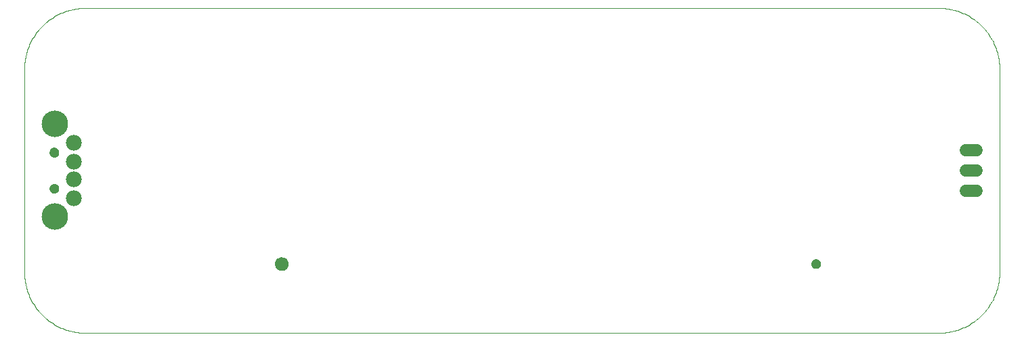
<source format=gbs>
G04 EAGLE Gerber RS-274X export*
G75*
%MOMM*%
%FSLAX34Y34*%
%LPD*%
%INBottom solder mask*%
%IPPOS*%
%AMOC8*
5,1,8,0,0,1.08239X$1,22.5*%
G01*
%ADD10C,0.000000*%
%ADD11C,1.981200*%
%ADD12C,3.317600*%
%ADD13C,1.201600*%
%ADD14C,1.524000*%
%ADD15C,1.701600*%


D10*
X76200Y0D02*
X1143000Y0D01*
X1219000Y76200D02*
X1219000Y330200D01*
X1143000Y406400D02*
X76200Y406400D01*
X0Y330200D02*
X0Y76200D01*
X22Y74359D01*
X89Y72519D01*
X200Y70680D01*
X356Y68846D01*
X556Y67015D01*
X800Y65190D01*
X1088Y63371D01*
X1420Y61560D01*
X1795Y59757D01*
X2214Y57964D01*
X2676Y56182D01*
X3182Y54411D01*
X3729Y52653D01*
X4320Y50909D01*
X4952Y49179D01*
X5625Y47465D01*
X6340Y45768D01*
X7096Y44089D01*
X7892Y42429D01*
X8728Y40788D01*
X9604Y39168D01*
X10518Y37570D01*
X11471Y35994D01*
X12461Y34441D01*
X13489Y32913D01*
X14553Y31411D01*
X15653Y29934D01*
X16789Y28485D01*
X17959Y27063D01*
X19163Y25670D01*
X20401Y24307D01*
X21671Y22973D01*
X22973Y21671D01*
X24307Y20401D01*
X25670Y19163D01*
X27063Y17959D01*
X28485Y16789D01*
X29934Y15653D01*
X31411Y14553D01*
X32913Y13489D01*
X34441Y12461D01*
X35994Y11471D01*
X37570Y10518D01*
X39168Y9604D01*
X40788Y8728D01*
X42429Y7892D01*
X44089Y7096D01*
X45768Y6340D01*
X47465Y5625D01*
X49179Y4952D01*
X50909Y4320D01*
X52653Y3729D01*
X54411Y3182D01*
X56182Y2676D01*
X57964Y2214D01*
X59757Y1795D01*
X61560Y1420D01*
X63371Y1088D01*
X65190Y800D01*
X67015Y556D01*
X68846Y356D01*
X70680Y200D01*
X72519Y89D01*
X74359Y22D01*
X76200Y0D01*
X0Y330200D02*
X22Y332041D01*
X89Y333881D01*
X200Y335720D01*
X356Y337554D01*
X556Y339385D01*
X800Y341210D01*
X1088Y343029D01*
X1420Y344840D01*
X1795Y346643D01*
X2214Y348436D01*
X2676Y350218D01*
X3182Y351989D01*
X3729Y353747D01*
X4320Y355491D01*
X4952Y357221D01*
X5625Y358935D01*
X6340Y360632D01*
X7096Y362311D01*
X7892Y363971D01*
X8728Y365612D01*
X9604Y367232D01*
X10518Y368830D01*
X11471Y370406D01*
X12461Y371959D01*
X13489Y373487D01*
X14553Y374989D01*
X15653Y376466D01*
X16789Y377915D01*
X17959Y379337D01*
X19163Y380730D01*
X20401Y382093D01*
X21671Y383427D01*
X22973Y384729D01*
X24307Y385999D01*
X25670Y387237D01*
X27063Y388441D01*
X28485Y389611D01*
X29934Y390747D01*
X31411Y391847D01*
X32913Y392911D01*
X34441Y393939D01*
X35994Y394929D01*
X37570Y395882D01*
X39168Y396796D01*
X40788Y397672D01*
X42429Y398508D01*
X44089Y399304D01*
X45768Y400060D01*
X47465Y400775D01*
X49179Y401448D01*
X50909Y402080D01*
X52653Y402671D01*
X54411Y403218D01*
X56182Y403724D01*
X57964Y404186D01*
X59757Y404605D01*
X61560Y404980D01*
X63371Y405312D01*
X65190Y405600D01*
X67015Y405844D01*
X68846Y406044D01*
X70680Y406200D01*
X72519Y406311D01*
X74359Y406378D01*
X76200Y406400D01*
X1143000Y406400D02*
X1144839Y406375D01*
X1146677Y406306D01*
X1148512Y406193D01*
X1150344Y406035D01*
X1152172Y405833D01*
X1153995Y405587D01*
X1155811Y405297D01*
X1157619Y404963D01*
X1159419Y404586D01*
X1161209Y404165D01*
X1162989Y403701D01*
X1164756Y403194D01*
X1166511Y402644D01*
X1168252Y402053D01*
X1169979Y401419D01*
X1171690Y400744D01*
X1173383Y400028D01*
X1175059Y399271D01*
X1176716Y398474D01*
X1178354Y397637D01*
X1179971Y396760D01*
X1181566Y395845D01*
X1183138Y394892D01*
X1184687Y393901D01*
X1186212Y392872D01*
X1187711Y391807D01*
X1189184Y390707D01*
X1190631Y389571D01*
X1192049Y388400D01*
X1193438Y387195D01*
X1194798Y385957D01*
X1196128Y384687D01*
X1197427Y383385D01*
X1198694Y382052D01*
X1199928Y380689D01*
X1201129Y379296D01*
X1202296Y377875D01*
X1203428Y376426D01*
X1204525Y374950D01*
X1205586Y373447D01*
X1206610Y371920D01*
X1207597Y370368D01*
X1208547Y368793D01*
X1209458Y367196D01*
X1210330Y365577D01*
X1211162Y363937D01*
X1211955Y362278D01*
X1212708Y360600D01*
X1213420Y358904D01*
X1214090Y357192D01*
X1214719Y355464D01*
X1215306Y353721D01*
X1215851Y351965D01*
X1216353Y350196D01*
X1216813Y348415D01*
X1217229Y346624D01*
X1217601Y344823D01*
X1217931Y343013D01*
X1218216Y341197D01*
X1218457Y339374D01*
X1218654Y337545D01*
X1218807Y335713D01*
X1218916Y333877D01*
X1218980Y332039D01*
X1219000Y330200D01*
X1219000Y76200D02*
X1218980Y74361D01*
X1218916Y72523D01*
X1218807Y70687D01*
X1218654Y68855D01*
X1218457Y67026D01*
X1218216Y65203D01*
X1217931Y63387D01*
X1217601Y61577D01*
X1217229Y59776D01*
X1216813Y57985D01*
X1216353Y56204D01*
X1215851Y54435D01*
X1215306Y52679D01*
X1214719Y50936D01*
X1214090Y49208D01*
X1213420Y47496D01*
X1212708Y45800D01*
X1211955Y44122D01*
X1211162Y42463D01*
X1210330Y40823D01*
X1209458Y39204D01*
X1208547Y37607D01*
X1207597Y36032D01*
X1206610Y34480D01*
X1205586Y32953D01*
X1204525Y31450D01*
X1203428Y29974D01*
X1202296Y28525D01*
X1201129Y27104D01*
X1199928Y25711D01*
X1198694Y24348D01*
X1197427Y23015D01*
X1196128Y21713D01*
X1194798Y20443D01*
X1193438Y19205D01*
X1192049Y18000D01*
X1190631Y16829D01*
X1189184Y15693D01*
X1187711Y14593D01*
X1186212Y13528D01*
X1184687Y12499D01*
X1183138Y11508D01*
X1181566Y10555D01*
X1179971Y9640D01*
X1178354Y8763D01*
X1176716Y7926D01*
X1175059Y7129D01*
X1173383Y6372D01*
X1171690Y5656D01*
X1169979Y4981D01*
X1168252Y4347D01*
X1166511Y3756D01*
X1164756Y3206D01*
X1162989Y2699D01*
X1161209Y2235D01*
X1159419Y1814D01*
X1157619Y1437D01*
X1155811Y1103D01*
X1153995Y813D01*
X1152172Y567D01*
X1150344Y365D01*
X1148512Y207D01*
X1146677Y94D01*
X1144839Y25D01*
X1143000Y0D01*
D11*
X62100Y238200D03*
X62100Y214470D03*
X62100Y191930D03*
X62100Y168200D03*
D12*
X38100Y145200D03*
X38100Y261200D03*
D10*
X31600Y225700D02*
X31602Y225848D01*
X31608Y225996D01*
X31618Y226144D01*
X31632Y226292D01*
X31650Y226439D01*
X31672Y226586D01*
X31698Y226732D01*
X31727Y226877D01*
X31761Y227022D01*
X31799Y227165D01*
X31840Y227308D01*
X31885Y227449D01*
X31935Y227589D01*
X31987Y227727D01*
X32044Y227865D01*
X32104Y228000D01*
X32168Y228134D01*
X32235Y228266D01*
X32306Y228396D01*
X32381Y228525D01*
X32459Y228651D01*
X32540Y228775D01*
X32624Y228897D01*
X32712Y229016D01*
X32803Y229133D01*
X32897Y229248D01*
X32995Y229360D01*
X33095Y229469D01*
X33198Y229576D01*
X33304Y229680D01*
X33412Y229781D01*
X33524Y229879D01*
X33638Y229974D01*
X33754Y230065D01*
X33873Y230154D01*
X33994Y230239D01*
X34118Y230321D01*
X34244Y230400D01*
X34371Y230475D01*
X34501Y230547D01*
X34633Y230616D01*
X34766Y230680D01*
X34901Y230741D01*
X35038Y230799D01*
X35176Y230853D01*
X35316Y230903D01*
X35457Y230949D01*
X35599Y230991D01*
X35742Y231030D01*
X35886Y231064D01*
X36032Y231095D01*
X36177Y231122D01*
X36324Y231145D01*
X36471Y231164D01*
X36619Y231179D01*
X36766Y231190D01*
X36915Y231197D01*
X37063Y231200D01*
X37211Y231199D01*
X37359Y231194D01*
X37507Y231185D01*
X37655Y231172D01*
X37803Y231155D01*
X37949Y231134D01*
X38096Y231109D01*
X38241Y231080D01*
X38386Y231048D01*
X38529Y231011D01*
X38672Y230971D01*
X38814Y230926D01*
X38954Y230878D01*
X39093Y230826D01*
X39230Y230771D01*
X39366Y230711D01*
X39501Y230648D01*
X39633Y230582D01*
X39764Y230512D01*
X39893Y230438D01*
X40019Y230361D01*
X40144Y230281D01*
X40266Y230197D01*
X40387Y230110D01*
X40504Y230020D01*
X40620Y229926D01*
X40732Y229830D01*
X40842Y229731D01*
X40950Y229628D01*
X41054Y229523D01*
X41156Y229415D01*
X41254Y229304D01*
X41350Y229191D01*
X41443Y229075D01*
X41532Y228957D01*
X41618Y228836D01*
X41701Y228713D01*
X41781Y228588D01*
X41857Y228461D01*
X41930Y228331D01*
X41999Y228200D01*
X42064Y228067D01*
X42127Y227933D01*
X42185Y227796D01*
X42240Y227658D01*
X42290Y227519D01*
X42338Y227378D01*
X42381Y227237D01*
X42421Y227094D01*
X42456Y226950D01*
X42488Y226805D01*
X42516Y226659D01*
X42540Y226513D01*
X42560Y226366D01*
X42576Y226218D01*
X42588Y226071D01*
X42596Y225922D01*
X42600Y225774D01*
X42600Y225626D01*
X42596Y225478D01*
X42588Y225329D01*
X42576Y225182D01*
X42560Y225034D01*
X42540Y224887D01*
X42516Y224741D01*
X42488Y224595D01*
X42456Y224450D01*
X42421Y224306D01*
X42381Y224163D01*
X42338Y224022D01*
X42290Y223881D01*
X42240Y223742D01*
X42185Y223604D01*
X42127Y223467D01*
X42064Y223333D01*
X41999Y223200D01*
X41930Y223069D01*
X41857Y222939D01*
X41781Y222812D01*
X41701Y222687D01*
X41618Y222564D01*
X41532Y222443D01*
X41443Y222325D01*
X41350Y222209D01*
X41254Y222096D01*
X41156Y221985D01*
X41054Y221877D01*
X40950Y221772D01*
X40842Y221669D01*
X40732Y221570D01*
X40620Y221474D01*
X40504Y221380D01*
X40387Y221290D01*
X40266Y221203D01*
X40144Y221119D01*
X40019Y221039D01*
X39893Y220962D01*
X39764Y220888D01*
X39633Y220818D01*
X39501Y220752D01*
X39366Y220689D01*
X39230Y220629D01*
X39093Y220574D01*
X38954Y220522D01*
X38814Y220474D01*
X38672Y220429D01*
X38529Y220389D01*
X38386Y220352D01*
X38241Y220320D01*
X38096Y220291D01*
X37949Y220266D01*
X37803Y220245D01*
X37655Y220228D01*
X37507Y220215D01*
X37359Y220206D01*
X37211Y220201D01*
X37063Y220200D01*
X36915Y220203D01*
X36766Y220210D01*
X36619Y220221D01*
X36471Y220236D01*
X36324Y220255D01*
X36177Y220278D01*
X36032Y220305D01*
X35886Y220336D01*
X35742Y220370D01*
X35599Y220409D01*
X35457Y220451D01*
X35316Y220497D01*
X35176Y220547D01*
X35038Y220601D01*
X34901Y220659D01*
X34766Y220720D01*
X34633Y220784D01*
X34501Y220853D01*
X34371Y220925D01*
X34244Y221000D01*
X34118Y221079D01*
X33994Y221161D01*
X33873Y221246D01*
X33754Y221335D01*
X33638Y221426D01*
X33524Y221521D01*
X33412Y221619D01*
X33304Y221720D01*
X33198Y221824D01*
X33095Y221931D01*
X32995Y222040D01*
X32897Y222152D01*
X32803Y222267D01*
X32712Y222384D01*
X32624Y222503D01*
X32540Y222625D01*
X32459Y222749D01*
X32381Y222875D01*
X32306Y223004D01*
X32235Y223134D01*
X32168Y223266D01*
X32104Y223400D01*
X32044Y223535D01*
X31987Y223673D01*
X31935Y223811D01*
X31885Y223951D01*
X31840Y224092D01*
X31799Y224235D01*
X31761Y224378D01*
X31727Y224523D01*
X31698Y224668D01*
X31672Y224814D01*
X31650Y224961D01*
X31632Y225108D01*
X31618Y225256D01*
X31608Y225404D01*
X31602Y225552D01*
X31600Y225700D01*
D13*
X37100Y225700D03*
D10*
X31600Y180700D02*
X31602Y180848D01*
X31608Y180996D01*
X31618Y181144D01*
X31632Y181292D01*
X31650Y181439D01*
X31672Y181586D01*
X31698Y181732D01*
X31727Y181877D01*
X31761Y182022D01*
X31799Y182165D01*
X31840Y182308D01*
X31885Y182449D01*
X31935Y182589D01*
X31987Y182727D01*
X32044Y182865D01*
X32104Y183000D01*
X32168Y183134D01*
X32235Y183266D01*
X32306Y183396D01*
X32381Y183525D01*
X32459Y183651D01*
X32540Y183775D01*
X32624Y183897D01*
X32712Y184016D01*
X32803Y184133D01*
X32897Y184248D01*
X32995Y184360D01*
X33095Y184469D01*
X33198Y184576D01*
X33304Y184680D01*
X33412Y184781D01*
X33524Y184879D01*
X33638Y184974D01*
X33754Y185065D01*
X33873Y185154D01*
X33994Y185239D01*
X34118Y185321D01*
X34244Y185400D01*
X34371Y185475D01*
X34501Y185547D01*
X34633Y185616D01*
X34766Y185680D01*
X34901Y185741D01*
X35038Y185799D01*
X35176Y185853D01*
X35316Y185903D01*
X35457Y185949D01*
X35599Y185991D01*
X35742Y186030D01*
X35886Y186064D01*
X36032Y186095D01*
X36177Y186122D01*
X36324Y186145D01*
X36471Y186164D01*
X36619Y186179D01*
X36766Y186190D01*
X36915Y186197D01*
X37063Y186200D01*
X37211Y186199D01*
X37359Y186194D01*
X37507Y186185D01*
X37655Y186172D01*
X37803Y186155D01*
X37949Y186134D01*
X38096Y186109D01*
X38241Y186080D01*
X38386Y186048D01*
X38529Y186011D01*
X38672Y185971D01*
X38814Y185926D01*
X38954Y185878D01*
X39093Y185826D01*
X39230Y185771D01*
X39366Y185711D01*
X39501Y185648D01*
X39633Y185582D01*
X39764Y185512D01*
X39893Y185438D01*
X40019Y185361D01*
X40144Y185281D01*
X40266Y185197D01*
X40387Y185110D01*
X40504Y185020D01*
X40620Y184926D01*
X40732Y184830D01*
X40842Y184731D01*
X40950Y184628D01*
X41054Y184523D01*
X41156Y184415D01*
X41254Y184304D01*
X41350Y184191D01*
X41443Y184075D01*
X41532Y183957D01*
X41618Y183836D01*
X41701Y183713D01*
X41781Y183588D01*
X41857Y183461D01*
X41930Y183331D01*
X41999Y183200D01*
X42064Y183067D01*
X42127Y182933D01*
X42185Y182796D01*
X42240Y182658D01*
X42290Y182519D01*
X42338Y182378D01*
X42381Y182237D01*
X42421Y182094D01*
X42456Y181950D01*
X42488Y181805D01*
X42516Y181659D01*
X42540Y181513D01*
X42560Y181366D01*
X42576Y181218D01*
X42588Y181071D01*
X42596Y180922D01*
X42600Y180774D01*
X42600Y180626D01*
X42596Y180478D01*
X42588Y180329D01*
X42576Y180182D01*
X42560Y180034D01*
X42540Y179887D01*
X42516Y179741D01*
X42488Y179595D01*
X42456Y179450D01*
X42421Y179306D01*
X42381Y179163D01*
X42338Y179022D01*
X42290Y178881D01*
X42240Y178742D01*
X42185Y178604D01*
X42127Y178467D01*
X42064Y178333D01*
X41999Y178200D01*
X41930Y178069D01*
X41857Y177939D01*
X41781Y177812D01*
X41701Y177687D01*
X41618Y177564D01*
X41532Y177443D01*
X41443Y177325D01*
X41350Y177209D01*
X41254Y177096D01*
X41156Y176985D01*
X41054Y176877D01*
X40950Y176772D01*
X40842Y176669D01*
X40732Y176570D01*
X40620Y176474D01*
X40504Y176380D01*
X40387Y176290D01*
X40266Y176203D01*
X40144Y176119D01*
X40019Y176039D01*
X39893Y175962D01*
X39764Y175888D01*
X39633Y175818D01*
X39501Y175752D01*
X39366Y175689D01*
X39230Y175629D01*
X39093Y175574D01*
X38954Y175522D01*
X38814Y175474D01*
X38672Y175429D01*
X38529Y175389D01*
X38386Y175352D01*
X38241Y175320D01*
X38096Y175291D01*
X37949Y175266D01*
X37803Y175245D01*
X37655Y175228D01*
X37507Y175215D01*
X37359Y175206D01*
X37211Y175201D01*
X37063Y175200D01*
X36915Y175203D01*
X36766Y175210D01*
X36619Y175221D01*
X36471Y175236D01*
X36324Y175255D01*
X36177Y175278D01*
X36032Y175305D01*
X35886Y175336D01*
X35742Y175370D01*
X35599Y175409D01*
X35457Y175451D01*
X35316Y175497D01*
X35176Y175547D01*
X35038Y175601D01*
X34901Y175659D01*
X34766Y175720D01*
X34633Y175784D01*
X34501Y175853D01*
X34371Y175925D01*
X34244Y176000D01*
X34118Y176079D01*
X33994Y176161D01*
X33873Y176246D01*
X33754Y176335D01*
X33638Y176426D01*
X33524Y176521D01*
X33412Y176619D01*
X33304Y176720D01*
X33198Y176824D01*
X33095Y176931D01*
X32995Y177040D01*
X32897Y177152D01*
X32803Y177267D01*
X32712Y177384D01*
X32624Y177503D01*
X32540Y177625D01*
X32459Y177749D01*
X32381Y177875D01*
X32306Y178004D01*
X32235Y178134D01*
X32168Y178266D01*
X32104Y178400D01*
X32044Y178535D01*
X31987Y178673D01*
X31935Y178811D01*
X31885Y178951D01*
X31840Y179092D01*
X31799Y179235D01*
X31761Y179378D01*
X31727Y179523D01*
X31698Y179668D01*
X31672Y179814D01*
X31650Y179961D01*
X31632Y180108D01*
X31618Y180256D01*
X31608Y180404D01*
X31602Y180552D01*
X31600Y180700D01*
D13*
X37100Y180700D03*
D14*
X1176528Y228600D02*
X1190752Y228600D01*
X1190752Y203200D02*
X1176528Y203200D01*
X1176528Y177800D02*
X1190752Y177800D01*
D10*
X313480Y86360D02*
X313482Y86556D01*
X313490Y86753D01*
X313502Y86949D01*
X313519Y87144D01*
X313540Y87339D01*
X313567Y87534D01*
X313598Y87728D01*
X313634Y87921D01*
X313674Y88113D01*
X313720Y88304D01*
X313770Y88494D01*
X313824Y88682D01*
X313884Y88869D01*
X313948Y89055D01*
X314016Y89239D01*
X314089Y89421D01*
X314166Y89602D01*
X314248Y89780D01*
X314334Y89957D01*
X314425Y90131D01*
X314519Y90303D01*
X314618Y90473D01*
X314721Y90640D01*
X314828Y90805D01*
X314939Y90966D01*
X315054Y91126D01*
X315173Y91282D01*
X315296Y91435D01*
X315422Y91585D01*
X315552Y91732D01*
X315686Y91876D01*
X315823Y92017D01*
X315964Y92154D01*
X316108Y92288D01*
X316255Y92418D01*
X316405Y92544D01*
X316558Y92667D01*
X316714Y92786D01*
X316874Y92901D01*
X317035Y93012D01*
X317200Y93119D01*
X317367Y93222D01*
X317537Y93321D01*
X317709Y93415D01*
X317883Y93506D01*
X318060Y93592D01*
X318238Y93674D01*
X318419Y93751D01*
X318601Y93824D01*
X318785Y93892D01*
X318971Y93956D01*
X319158Y94016D01*
X319346Y94070D01*
X319536Y94120D01*
X319727Y94166D01*
X319919Y94206D01*
X320112Y94242D01*
X320306Y94273D01*
X320501Y94300D01*
X320696Y94321D01*
X320891Y94338D01*
X321087Y94350D01*
X321284Y94358D01*
X321480Y94360D01*
X321676Y94358D01*
X321873Y94350D01*
X322069Y94338D01*
X322264Y94321D01*
X322459Y94300D01*
X322654Y94273D01*
X322848Y94242D01*
X323041Y94206D01*
X323233Y94166D01*
X323424Y94120D01*
X323614Y94070D01*
X323802Y94016D01*
X323989Y93956D01*
X324175Y93892D01*
X324359Y93824D01*
X324541Y93751D01*
X324722Y93674D01*
X324900Y93592D01*
X325077Y93506D01*
X325251Y93415D01*
X325423Y93321D01*
X325593Y93222D01*
X325760Y93119D01*
X325925Y93012D01*
X326086Y92901D01*
X326246Y92786D01*
X326402Y92667D01*
X326555Y92544D01*
X326705Y92418D01*
X326852Y92288D01*
X326996Y92154D01*
X327137Y92017D01*
X327274Y91876D01*
X327408Y91732D01*
X327538Y91585D01*
X327664Y91435D01*
X327787Y91282D01*
X327906Y91126D01*
X328021Y90966D01*
X328132Y90805D01*
X328239Y90640D01*
X328342Y90473D01*
X328441Y90303D01*
X328535Y90131D01*
X328626Y89957D01*
X328712Y89780D01*
X328794Y89602D01*
X328871Y89421D01*
X328944Y89239D01*
X329012Y89055D01*
X329076Y88869D01*
X329136Y88682D01*
X329190Y88494D01*
X329240Y88304D01*
X329286Y88113D01*
X329326Y87921D01*
X329362Y87728D01*
X329393Y87534D01*
X329420Y87339D01*
X329441Y87144D01*
X329458Y86949D01*
X329470Y86753D01*
X329478Y86556D01*
X329480Y86360D01*
X329478Y86164D01*
X329470Y85967D01*
X329458Y85771D01*
X329441Y85576D01*
X329420Y85381D01*
X329393Y85186D01*
X329362Y84992D01*
X329326Y84799D01*
X329286Y84607D01*
X329240Y84416D01*
X329190Y84226D01*
X329136Y84038D01*
X329076Y83851D01*
X329012Y83665D01*
X328944Y83481D01*
X328871Y83299D01*
X328794Y83118D01*
X328712Y82940D01*
X328626Y82763D01*
X328535Y82589D01*
X328441Y82417D01*
X328342Y82247D01*
X328239Y82080D01*
X328132Y81915D01*
X328021Y81754D01*
X327906Y81594D01*
X327787Y81438D01*
X327664Y81285D01*
X327538Y81135D01*
X327408Y80988D01*
X327274Y80844D01*
X327137Y80703D01*
X326996Y80566D01*
X326852Y80432D01*
X326705Y80302D01*
X326555Y80176D01*
X326402Y80053D01*
X326246Y79934D01*
X326086Y79819D01*
X325925Y79708D01*
X325760Y79601D01*
X325593Y79498D01*
X325423Y79399D01*
X325251Y79305D01*
X325077Y79214D01*
X324900Y79128D01*
X324722Y79046D01*
X324541Y78969D01*
X324359Y78896D01*
X324175Y78828D01*
X323989Y78764D01*
X323802Y78704D01*
X323614Y78650D01*
X323424Y78600D01*
X323233Y78554D01*
X323041Y78514D01*
X322848Y78478D01*
X322654Y78447D01*
X322459Y78420D01*
X322264Y78399D01*
X322069Y78382D01*
X321873Y78370D01*
X321676Y78362D01*
X321480Y78360D01*
X321284Y78362D01*
X321087Y78370D01*
X320891Y78382D01*
X320696Y78399D01*
X320501Y78420D01*
X320306Y78447D01*
X320112Y78478D01*
X319919Y78514D01*
X319727Y78554D01*
X319536Y78600D01*
X319346Y78650D01*
X319158Y78704D01*
X318971Y78764D01*
X318785Y78828D01*
X318601Y78896D01*
X318419Y78969D01*
X318238Y79046D01*
X318060Y79128D01*
X317883Y79214D01*
X317709Y79305D01*
X317537Y79399D01*
X317367Y79498D01*
X317200Y79601D01*
X317035Y79708D01*
X316874Y79819D01*
X316714Y79934D01*
X316558Y80053D01*
X316405Y80176D01*
X316255Y80302D01*
X316108Y80432D01*
X315964Y80566D01*
X315823Y80703D01*
X315686Y80844D01*
X315552Y80988D01*
X315422Y81135D01*
X315296Y81285D01*
X315173Y81438D01*
X315054Y81594D01*
X314939Y81754D01*
X314828Y81915D01*
X314721Y82080D01*
X314618Y82247D01*
X314519Y82417D01*
X314425Y82589D01*
X314334Y82763D01*
X314248Y82940D01*
X314166Y83118D01*
X314089Y83299D01*
X314016Y83481D01*
X313948Y83665D01*
X313884Y83851D01*
X313824Y84038D01*
X313770Y84226D01*
X313720Y84416D01*
X313674Y84607D01*
X313634Y84799D01*
X313598Y84992D01*
X313567Y85186D01*
X313540Y85381D01*
X313519Y85576D01*
X313502Y85771D01*
X313490Y85967D01*
X313482Y86164D01*
X313480Y86360D01*
D15*
X321480Y86360D03*
D10*
X983980Y86360D02*
X983982Y86508D01*
X983988Y86656D01*
X983998Y86804D01*
X984012Y86952D01*
X984030Y87099D01*
X984052Y87246D01*
X984078Y87392D01*
X984107Y87537D01*
X984141Y87682D01*
X984179Y87825D01*
X984220Y87968D01*
X984265Y88109D01*
X984315Y88249D01*
X984367Y88387D01*
X984424Y88525D01*
X984484Y88660D01*
X984548Y88794D01*
X984615Y88926D01*
X984686Y89056D01*
X984761Y89185D01*
X984839Y89311D01*
X984920Y89435D01*
X985004Y89557D01*
X985092Y89676D01*
X985183Y89793D01*
X985277Y89908D01*
X985375Y90020D01*
X985475Y90129D01*
X985578Y90236D01*
X985684Y90340D01*
X985792Y90441D01*
X985904Y90539D01*
X986018Y90634D01*
X986134Y90725D01*
X986253Y90814D01*
X986374Y90899D01*
X986498Y90981D01*
X986624Y91060D01*
X986751Y91135D01*
X986881Y91207D01*
X987013Y91276D01*
X987146Y91340D01*
X987281Y91401D01*
X987418Y91459D01*
X987556Y91513D01*
X987696Y91563D01*
X987837Y91609D01*
X987979Y91651D01*
X988122Y91690D01*
X988266Y91724D01*
X988412Y91755D01*
X988557Y91782D01*
X988704Y91805D01*
X988851Y91824D01*
X988999Y91839D01*
X989146Y91850D01*
X989295Y91857D01*
X989443Y91860D01*
X989591Y91859D01*
X989739Y91854D01*
X989887Y91845D01*
X990035Y91832D01*
X990183Y91815D01*
X990329Y91794D01*
X990476Y91769D01*
X990621Y91740D01*
X990766Y91708D01*
X990909Y91671D01*
X991052Y91631D01*
X991194Y91586D01*
X991334Y91538D01*
X991473Y91486D01*
X991610Y91431D01*
X991746Y91371D01*
X991881Y91308D01*
X992013Y91242D01*
X992144Y91172D01*
X992273Y91098D01*
X992399Y91021D01*
X992524Y90941D01*
X992646Y90857D01*
X992767Y90770D01*
X992884Y90680D01*
X993000Y90586D01*
X993112Y90490D01*
X993222Y90391D01*
X993330Y90288D01*
X993434Y90183D01*
X993536Y90075D01*
X993634Y89964D01*
X993730Y89851D01*
X993823Y89735D01*
X993912Y89617D01*
X993998Y89496D01*
X994081Y89373D01*
X994161Y89248D01*
X994237Y89121D01*
X994310Y88991D01*
X994379Y88860D01*
X994444Y88727D01*
X994507Y88593D01*
X994565Y88456D01*
X994620Y88318D01*
X994670Y88179D01*
X994718Y88038D01*
X994761Y87897D01*
X994801Y87754D01*
X994836Y87610D01*
X994868Y87465D01*
X994896Y87319D01*
X994920Y87173D01*
X994940Y87026D01*
X994956Y86878D01*
X994968Y86731D01*
X994976Y86582D01*
X994980Y86434D01*
X994980Y86286D01*
X994976Y86138D01*
X994968Y85989D01*
X994956Y85842D01*
X994940Y85694D01*
X994920Y85547D01*
X994896Y85401D01*
X994868Y85255D01*
X994836Y85110D01*
X994801Y84966D01*
X994761Y84823D01*
X994718Y84682D01*
X994670Y84541D01*
X994620Y84402D01*
X994565Y84264D01*
X994507Y84127D01*
X994444Y83993D01*
X994379Y83860D01*
X994310Y83729D01*
X994237Y83599D01*
X994161Y83472D01*
X994081Y83347D01*
X993998Y83224D01*
X993912Y83103D01*
X993823Y82985D01*
X993730Y82869D01*
X993634Y82756D01*
X993536Y82645D01*
X993434Y82537D01*
X993330Y82432D01*
X993222Y82329D01*
X993112Y82230D01*
X993000Y82134D01*
X992884Y82040D01*
X992767Y81950D01*
X992646Y81863D01*
X992524Y81779D01*
X992399Y81699D01*
X992273Y81622D01*
X992144Y81548D01*
X992013Y81478D01*
X991881Y81412D01*
X991746Y81349D01*
X991610Y81289D01*
X991473Y81234D01*
X991334Y81182D01*
X991194Y81134D01*
X991052Y81089D01*
X990909Y81049D01*
X990766Y81012D01*
X990621Y80980D01*
X990476Y80951D01*
X990329Y80926D01*
X990183Y80905D01*
X990035Y80888D01*
X989887Y80875D01*
X989739Y80866D01*
X989591Y80861D01*
X989443Y80860D01*
X989295Y80863D01*
X989146Y80870D01*
X988999Y80881D01*
X988851Y80896D01*
X988704Y80915D01*
X988557Y80938D01*
X988412Y80965D01*
X988266Y80996D01*
X988122Y81030D01*
X987979Y81069D01*
X987837Y81111D01*
X987696Y81157D01*
X987556Y81207D01*
X987418Y81261D01*
X987281Y81319D01*
X987146Y81380D01*
X987013Y81444D01*
X986881Y81513D01*
X986751Y81585D01*
X986624Y81660D01*
X986498Y81739D01*
X986374Y81821D01*
X986253Y81906D01*
X986134Y81995D01*
X986018Y82086D01*
X985904Y82181D01*
X985792Y82279D01*
X985684Y82380D01*
X985578Y82484D01*
X985475Y82591D01*
X985375Y82700D01*
X985277Y82812D01*
X985183Y82927D01*
X985092Y83044D01*
X985004Y83163D01*
X984920Y83285D01*
X984839Y83409D01*
X984761Y83535D01*
X984686Y83664D01*
X984615Y83794D01*
X984548Y83926D01*
X984484Y84060D01*
X984424Y84195D01*
X984367Y84333D01*
X984315Y84471D01*
X984265Y84611D01*
X984220Y84752D01*
X984179Y84895D01*
X984141Y85038D01*
X984107Y85183D01*
X984078Y85328D01*
X984052Y85474D01*
X984030Y85621D01*
X984012Y85768D01*
X983998Y85916D01*
X983988Y86064D01*
X983982Y86212D01*
X983980Y86360D01*
D13*
X989480Y86360D03*
M02*

</source>
